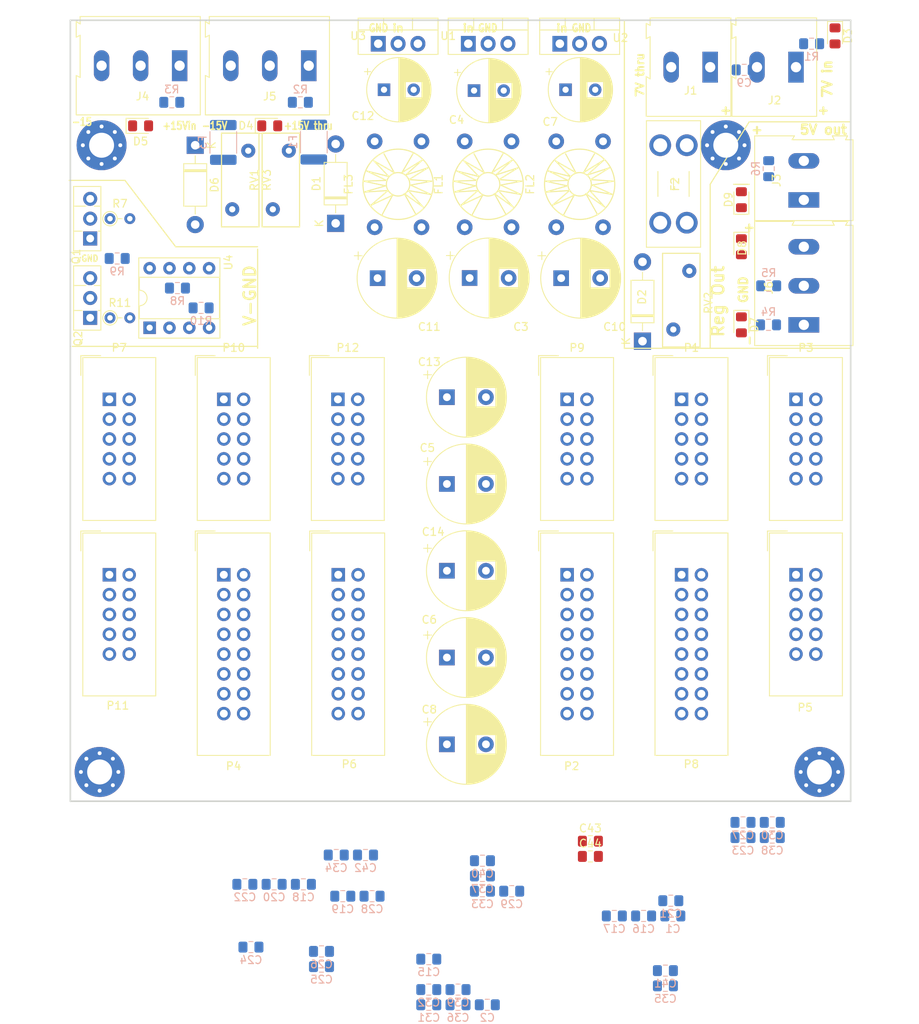
<source format=kicad_pcb>
(kicad_pcb (version 20171130) (host pcbnew "(5.0.0)")
  (layers (0 F.Cu signal) (31 B.Cu signal) (34 B.Paste user) (35 F.Paste user) (36 B.SilkS user) (37 F.SilkS user) (38 B.Mask user) (39 F.Mask user) (44 Edge.Cuts user))
  (net 0 "")
  (net 1 "Net-(P1-Pad10)")
  (net 2 "Net-(P3-Pad10)")
  (net 3 -12V)
  (net 4 GND)
  (net 5 +12V)
  (net 6 CV)
  (net 7 Gate)
  (net 8 +5V)
  (net 9 "Net-(P5-Pad10)")
  (net 10 "Net-(P7-Pad10)")
  (net 11 "Net-(C2-Pad1)")
  (net 12 "Net-(C3-Pad1)")
  (net 13 "Net-(C10-Pad1)")
  (net 14 /+5V-ext)
  (net 15 "Net-(C10-Pad2)")
  (net 16 "Net-(C11-Pad2)")
  (net 17 "Net-(D1-Pad2)")
  (net 18 "Net-(D2-Pad2)")
  (net 19 "Net-(D3-Pad2)")
  (net 20 "Net-(D4-Pad2)")
  (net 21 "Net-(D5-Pad2)")
  (net 22 "Net-(D6-Pad1)")
  (net 23 "Net-(D7-Pad2)")
  (net 24 "Net-(D8-Pad2)")
  (net 25 "Net-(D9-Pad2)")
  (net 26 /+15v-int)
  (net 27 VinGND)
  (net 28 /-15v-int)
  (net 29 Vin-15)
  (net 30 Vin+15)
  (net 31 "Net-(Q1-Pad3)")
  (net 32 "Net-(Q1-Pad2)")
  (net 33 "Net-(Q2-Pad1)")
  (net 34 "Net-(R10-Pad1)")
  (net 35 "Net-(R9-Pad2)")
  (module MountingHole:MountingHole_3.2mm_M3_Pad_Via (layer F.Cu) (at 84 16)
    (fp_text reference REF**)
    (fp_text value MountingHole_3.2mm_M3_Pad_Via)
    (pad 1 thru_hole circle (at 1.697056 -1.697056) (size 0.8 0.8) (drill 0.5) (layers *.Cu *.Mask))
    (pad 1 thru_hole circle (at 0 -2.4) (size 0.8 0.8) (drill 0.5) (layers *.Cu *.Mask))
    (pad 1 thru_hole circle (at -1.697056 -1.697056) (size 0.8 0.8) (drill 0.5) (layers *.Cu *.Mask))
    (pad 1 thru_hole circle (at -2.4 0) (size 0.8 0.8) (drill 0.5) (layers *.Cu *.Mask))
    (pad 1 thru_hole circle (at -1.697056 1.697056) (size 0.8 0.8) (drill 0.5) (layers *.Cu *.Mask))
    (pad 1 thru_hole circle (at 0 2.4) (size 0.8 0.8) (drill 0.5) (layers *.Cu *.Mask))
    (pad 1 thru_hole circle (at 1.697056 1.697056) (size 0.8 0.8) (drill 0.5) (layers *.Cu *.Mask))
    (pad 1 thru_hole circle (at 2.4 0) (size 0.8 0.8) (drill 0.5) (layers *.Cu *.Mask))
    (pad 1 thru_hole circle (at 0 0) (size 6.4 6.4) (drill 3.2) (layers *.Cu *.Mask))
  )
  (module MountingHole:MountingHole_3.2mm_M3_Pad_Via (layer F.Cu) (at 4 16)
    (fp_text reference REF**)
    (fp_text value MountingHole_3.2mm_M3_Pad_Via)
    (pad 1 thru_hole circle (at 0 0) (size 6.4 6.4) (drill 3.2) (layers *.Cu *.Mask))
    (pad 1 thru_hole circle (at 2.4 0) (size 0.8 0.8) (drill 0.5) (layers *.Cu *.Mask))
    (pad 1 thru_hole circle (at 1.697056 1.697056) (size 0.8 0.8) (drill 0.5) (layers *.Cu *.Mask))
    (pad 1 thru_hole circle (at 0 2.4) (size 0.8 0.8) (drill 0.5) (layers *.Cu *.Mask))
    (pad 1 thru_hole circle (at -1.697056 1.697056) (size 0.8 0.8) (drill 0.5) (layers *.Cu *.Mask))
    (pad 1 thru_hole circle (at -2.4 0) (size 0.8 0.8) (drill 0.5) (layers *.Cu *.Mask))
    (pad 1 thru_hole circle (at -1.697056 -1.697056) (size 0.8 0.8) (drill 0.5) (layers *.Cu *.Mask))
    (pad 1 thru_hole circle (at 0 -2.4) (size 0.8 0.8) (drill 0.5) (layers *.Cu *.Mask))
    (pad 1 thru_hole circle (at 1.697056 -1.697056) (size 0.8 0.8) (drill 0.5) (layers *.Cu *.Mask))
  )
  (module MountingHole:MountingHole_3.2mm_M3_Pad_Via (layer F.Cu) (at 96 96.25)
    (fp_text reference REF**)
    (fp_text value MountingHole_3.2mm_M3_Pad_Via)
    (pad 1 thru_hole circle (at 0 0) (size 6.4 6.4) (drill 3.2) (layers *.Cu *.Mask))
    (pad 1 thru_hole circle (at 2.4 0) (size 0.8 0.8) (drill 0.5) (layers *.Cu *.Mask))
    (pad 1 thru_hole circle (at 1.697056 1.697056) (size 0.8 0.8) (drill 0.5) (layers *.Cu *.Mask))
    (pad 1 thru_hole circle (at 0 2.4) (size 0.8 0.8) (drill 0.5) (layers *.Cu *.Mask))
    (pad 1 thru_hole circle (at -1.697056 1.697056) (size 0.8 0.8) (drill 0.5) (layers *.Cu *.Mask))
    (pad 1 thru_hole circle (at -2.4 0) (size 0.8 0.8) (drill 0.5) (layers *.Cu *.Mask))
    (pad 1 thru_hole circle (at -1.697056 -1.697056) (size 0.8 0.8) (drill 0.5) (layers *.Cu *.Mask))
    (pad 1 thru_hole circle (at 0 -2.4) (size 0.8 0.8) (drill 0.5) (layers *.Cu *.Mask))
    (pad 1 thru_hole circle (at 1.697056 -1.697056) (size 0.8 0.8) (drill 0.5) (layers *.Cu *.Mask))
  )
  (module Fuse:Fuse_1812_4532Metric_Pad1.30x3.40mm_HandSolder (layer B.Cu) (at 31.2 15.6 270)
    (fp_text reference F1 (at 0 2.65 270) (layer B.SilkS) (effects (justify mirror)))
    (fp_text value Fuse_Small)
    (pad 2 smd roundrect (at 2.225 0 270) (size 1.3 3.4) (layers B.Cu B.Paste B.Mask) (roundrect_rratio 0.192308) (net 17 "Net-(D1-Pad2)"))
    (pad 1 smd roundrect (at -2.225 0 270) (size 1.3 3.4) (layers B.Cu B.Paste B.Mask) (roundrect_rratio 0.192308) (net 30 Vin+15))
  )
  (module Fuse:Fuseholder_Blade_Mini_Keystone_3568 (layer F.Cu) (at 79 16 270)
    (fp_text reference F2 (at 5 1.5 270) (layer F.SilkS))
    (fp_text value Fuse_Small)
    (pad 1 thru_hole circle (at 0 0 270) (size 2.78 2.78) (drill 1.78) (layers *.Cu *.Mask) (net 14 /+5V-ext))
    (pad 1 thru_hole circle (at 0 3.4 270) (size 2.78 2.78) (drill 1.78) (layers *.Cu *.Mask) (net 14 /+5V-ext))
    (pad 2 thru_hole circle (at 9.92 0 270) (size 2.78 2.78) (drill 1.78) (layers *.Cu *.Mask) (net 18 "Net-(D2-Pad2)"))
    (pad 2 thru_hole circle (at 9.92 3.4 270) (size 2.78 2.78) (drill 1.78) (layers *.Cu *.Mask) (net 18 "Net-(D2-Pad2)"))
  )
  (module Connectors_IDC:IDC-Header_2x05_Pitch2.54mm_Straight (layer F.Cu) (at 78.33333 48.535001)
    (fp_text reference P1 (at 1.27 -6.604) (layer F.SilkS))
    (fp_text value Doepfer_Power_10pin)
    (pad 1 thru_hole rect (at 0 0) (size 1.7272 1.7272) (drill 1.016) (layers *.Cu *.Mask) (net 3 -12V))
    (pad 2 thru_hole oval (at 2.54 0) (size 1.7272 1.7272) (drill 1.016) (layers *.Cu *.Mask) (net 3 -12V))
    (pad 3 thru_hole oval (at 0 2.54) (size 1.7272 1.7272) (drill 1.016) (layers *.Cu *.Mask) (net 4 GND))
    (pad 4 thru_hole oval (at 2.54 2.54) (size 1.7272 1.7272) (drill 1.016) (layers *.Cu *.Mask) (net 4 GND))
    (pad 5 thru_hole oval (at 0 5.08) (size 1.7272 1.7272) (drill 1.016) (layers *.Cu *.Mask) (net 4 GND))
    (pad 6 thru_hole oval (at 2.54 5.08) (size 1.7272 1.7272) (drill 1.016) (layers *.Cu *.Mask) (net 4 GND))
    (pad 7 thru_hole oval (at 0 7.62) (size 1.7272 1.7272) (drill 1.016) (layers *.Cu *.Mask) (net 4 GND))
    (pad 8 thru_hole oval (at 2.54 7.62) (size 1.7272 1.7272) (drill 1.016) (layers *.Cu *.Mask) (net 4 GND))
    (pad 9 thru_hole oval (at 0 10.16) (size 1.7272 1.7272) (drill 1.016) (layers *.Cu *.Mask) (net 1 "Net-(P1-Pad10)"))
    (pad 10 thru_hole oval (at 2.54 10.16) (size 1.7272 1.7272) (drill 1.016) (layers *.Cu *.Mask) (net 1 "Net-(P1-Pad10)"))
  )
  (module Connectors_IDC:IDC-Header_2x08_Pitch2.54mm_Straight (layer F.Cu) (at 63.666664 71)
    (fp_text reference P2 (at 0.583336 24.5) (layer F.SilkS))
    (fp_text value Doepfer_Power_16pin)
    (pad 1 thru_hole rect (at 0 0) (size 1.7272 1.7272) (drill 1.016) (layers *.Cu *.Mask) (net 3 -12V))
    (pad 2 thru_hole oval (at 2.54 0) (size 1.7272 1.7272) (drill 1.016) (layers *.Cu *.Mask) (net 3 -12V))
    (pad 3 thru_hole oval (at 0 2.54) (size 1.7272 1.7272) (drill 1.016) (layers *.Cu *.Mask) (net 4 GND))
    (pad 4 thru_hole oval (at 2.54 2.54) (size 1.7272 1.7272) (drill 1.016) (layers *.Cu *.Mask) (net 4 GND))
    (pad 5 thru_hole oval (at 0 5.08) (size 1.7272 1.7272) (drill 1.016) (layers *.Cu *.Mask) (net 4 GND))
    (pad 6 thru_hole oval (at 2.54 5.08) (size 1.7272 1.7272) (drill 1.016) (layers *.Cu *.Mask) (net 4 GND))
    (pad 7 thru_hole oval (at 0 7.62) (size 1.7272 1.7272) (drill 1.016) (layers *.Cu *.Mask) (net 4 GND))
    (pad 8 thru_hole oval (at 2.54 7.62) (size 1.7272 1.7272) (drill 1.016) (layers *.Cu *.Mask) (net 4 GND))
    (pad 9 thru_hole oval (at 0 10.16) (size 1.7272 1.7272) (drill 1.016) (layers *.Cu *.Mask) (net 1 "Net-(P1-Pad10)"))
    (pad 10 thru_hole oval (at 2.54 10.16) (size 1.7272 1.7272) (drill 1.016) (layers *.Cu *.Mask) (net 5 +12V))
    (pad 11 thru_hole oval (at 0 12.7) (size 1.7272 1.7272) (drill 1.016) (layers *.Cu *.Mask) (net 8 +5V))
    (pad 12 thru_hole oval (at 2.54 12.7) (size 1.7272 1.7272) (drill 1.016) (layers *.Cu *.Mask) (net 8 +5V))
    (pad 13 thru_hole oval (at 0 15.24) (size 1.7272 1.7272) (drill 1.016) (layers *.Cu *.Mask) (net 6 CV))
    (pad 14 thru_hole oval (at 2.54 15.24) (size 1.7272 1.7272) (drill 1.016) (layers *.Cu *.Mask) (net 6 CV))
    (pad 15 thru_hole oval (at 0 17.78) (size 1.7272 1.7272) (drill 1.016) (layers *.Cu *.Mask) (net 7 Gate))
    (pad 16 thru_hole oval (at 2.54 17.78) (size 1.7272 1.7272) (drill 1.016) (layers *.Cu *.Mask) (net 7 Gate))
  )
  (module Connectors_IDC:IDC-Header_2x05_Pitch2.54mm_Straight (layer F.Cu) (at 93 48.535001)
    (fp_text reference P3 (at 1.27 -6.604) (layer F.SilkS))
    (fp_text value Doepfer_Power_10pin)
    (pad 10 thru_hole oval (at 2.54 10.16) (size 1.7272 1.7272) (drill 1.016) (layers *.Cu *.Mask) (net 2 "Net-(P3-Pad10)"))
    (pad 9 thru_hole oval (at 0 10.16) (size 1.7272 1.7272) (drill 1.016) (layers *.Cu *.Mask) (net 2 "Net-(P3-Pad10)"))
    (pad 8 thru_hole oval (at 2.54 7.62) (size 1.7272 1.7272) (drill 1.016) (layers *.Cu *.Mask) (net 4 GND))
    (pad 7 thru_hole oval (at 0 7.62) (size 1.7272 1.7272) (drill 1.016) (layers *.Cu *.Mask) (net 4 GND))
    (pad 6 thru_hole oval (at 2.54 5.08) (size 1.7272 1.7272) (drill 1.016) (layers *.Cu *.Mask) (net 4 GND))
    (pad 5 thru_hole oval (at 0 5.08) (size 1.7272 1.7272) (drill 1.016) (layers *.Cu *.Mask) (net 4 GND))
    (pad 4 thru_hole oval (at 2.54 2.54) (size 1.7272 1.7272) (drill 1.016) (layers *.Cu *.Mask) (net 4 GND))
    (pad 3 thru_hole oval (at 0 2.54) (size 1.7272 1.7272) (drill 1.016) (layers *.Cu *.Mask) (net 4 GND))
    (pad 2 thru_hole oval (at 2.54 0) (size 1.7272 1.7272) (drill 1.016) (layers *.Cu *.Mask) (net 3 -12V))
    (pad 1 thru_hole rect (at 0 0) (size 1.7272 1.7272) (drill 1.016) (layers *.Cu *.Mask) (net 3 -12V))
  )
  (module Connectors_IDC:IDC-Header_2x08_Pitch2.54mm_Straight (layer F.Cu) (at 19.666666 71)
    (fp_text reference P4 (at 1.25 24.5) (layer F.SilkS))
    (fp_text value Doepfer_Power_16pin)
    (pad 16 thru_hole oval (at 2.54 17.78) (size 1.7272 1.7272) (drill 1.016) (layers *.Cu *.Mask) (net 7 Gate))
    (pad 15 thru_hole oval (at 0 17.78) (size 1.7272 1.7272) (drill 1.016) (layers *.Cu *.Mask) (net 7 Gate))
    (pad 14 thru_hole oval (at 2.54 15.24) (size 1.7272 1.7272) (drill 1.016) (layers *.Cu *.Mask) (net 6 CV))
    (pad 13 thru_hole oval (at 0 15.24) (size 1.7272 1.7272) (drill 1.016) (layers *.Cu *.Mask) (net 6 CV))
    (pad 12 thru_hole oval (at 2.54 12.7) (size 1.7272 1.7272) (drill 1.016) (layers *.Cu *.Mask) (net 8 +5V))
    (pad 11 thru_hole oval (at 0 12.7) (size 1.7272 1.7272) (drill 1.016) (layers *.Cu *.Mask) (net 8 +5V))
    (pad 10 thru_hole oval (at 2.54 10.16) (size 1.7272 1.7272) (drill 1.016) (layers *.Cu *.Mask) (net 5 +12V))
    (pad 9 thru_hole oval (at 0 10.16) (size 1.7272 1.7272) (drill 1.016) (layers *.Cu *.Mask) (net 2 "Net-(P3-Pad10)"))
    (pad 8 thru_hole oval (at 2.54 7.62) (size 1.7272 1.7272) (drill 1.016) (layers *.Cu *.Mask) (net 4 GND))
    (pad 7 thru_hole oval (at 0 7.62) (size 1.7272 1.7272) (drill 1.016) (layers *.Cu *.Mask) (net 4 GND))
    (pad 6 thru_hole oval (at 2.54 5.08) (size 1.7272 1.7272) (drill 1.016) (layers *.Cu *.Mask) (net 4 GND))
    (pad 5 thru_hole oval (at 0 5.08) (size 1.7272 1.7272) (drill 1.016) (layers *.Cu *.Mask) (net 4 GND))
    (pad 4 thru_hole oval (at 2.54 2.54) (size 1.7272 1.7272) (drill 1.016) (layers *.Cu *.Mask) (net 4 GND))
    (pad 3 thru_hole oval (at 0 2.54) (size 1.7272 1.7272) (drill 1.016) (layers *.Cu *.Mask) (net 4 GND))
    (pad 2 thru_hole oval (at 2.54 0) (size 1.7272 1.7272) (drill 1.016) (layers *.Cu *.Mask) (net 3 -12V))
    (pad 1 thru_hole rect (at 0 0) (size 1.7272 1.7272) (drill 1.016) (layers *.Cu *.Mask) (net 3 -12V))
  )
  (module Connectors_IDC:IDC-Header_2x05_Pitch2.54mm_Straight (layer F.Cu) (at 93 71)
    (fp_text reference P5 (at 1.16667 17) (layer F.SilkS))
    (fp_text value Doepfer_Power_10pin)
    (pad 1 thru_hole rect (at 0 0) (size 1.7272 1.7272) (drill 1.016) (layers *.Cu *.Mask) (net 3 -12V))
    (pad 2 thru_hole oval (at 2.54 0) (size 1.7272 1.7272) (drill 1.016) (layers *.Cu *.Mask) (net 3 -12V))
    (pad 3 thru_hole oval (at 0 2.54) (size 1.7272 1.7272) (drill 1.016) (layers *.Cu *.Mask) (net 4 GND))
    (pad 4 thru_hole oval (at 2.54 2.54) (size 1.7272 1.7272) (drill 1.016) (layers *.Cu *.Mask) (net 4 GND))
    (pad 5 thru_hole oval (at 0 5.08) (size 1.7272 1.7272) (drill 1.016) (layers *.Cu *.Mask) (net 4 GND))
    (pad 6 thru_hole oval (at 2.54 5.08) (size 1.7272 1.7272) (drill 1.016) (layers *.Cu *.Mask) (net 4 GND))
    (pad 7 thru_hole oval (at 0 7.62) (size 1.7272 1.7272) (drill 1.016) (layers *.Cu *.Mask) (net 4 GND))
    (pad 8 thru_hole oval (at 2.54 7.62) (size 1.7272 1.7272) (drill 1.016) (layers *.Cu *.Mask) (net 4 GND))
    (pad 9 thru_hole oval (at 0 10.16) (size 1.7272 1.7272) (drill 1.016) (layers *.Cu *.Mask) (net 9 "Net-(P5-Pad10)"))
    (pad 10 thru_hole oval (at 2.54 10.16) (size 1.7272 1.7272) (drill 1.016) (layers *.Cu *.Mask) (net 9 "Net-(P5-Pad10)"))
  )
  (module Connectors_IDC:IDC-Header_2x08_Pitch2.54mm_Straight (layer F.Cu) (at 34.333332 71)
    (fp_text reference P6 (at 1.416668 24.25) (layer F.SilkS))
    (fp_text value Doepfer_Power_16pin)
    (pad 1 thru_hole rect (at 0 0) (size 1.7272 1.7272) (drill 1.016) (layers *.Cu *.Mask) (net 3 -12V))
    (pad 2 thru_hole oval (at 2.54 0) (size 1.7272 1.7272) (drill 1.016) (layers *.Cu *.Mask) (net 3 -12V))
    (pad 3 thru_hole oval (at 0 2.54) (size 1.7272 1.7272) (drill 1.016) (layers *.Cu *.Mask) (net 4 GND))
    (pad 4 thru_hole oval (at 2.54 2.54) (size 1.7272 1.7272) (drill 1.016) (layers *.Cu *.Mask) (net 4 GND))
    (pad 5 thru_hole oval (at 0 5.08) (size 1.7272 1.7272) (drill 1.016) (layers *.Cu *.Mask) (net 4 GND))
    (pad 6 thru_hole oval (at 2.54 5.08) (size 1.7272 1.7272) (drill 1.016) (layers *.Cu *.Mask) (net 4 GND))
    (pad 7 thru_hole oval (at 0 7.62) (size 1.7272 1.7272) (drill 1.016) (layers *.Cu *.Mask) (net 4 GND))
    (pad 8 thru_hole oval (at 2.54 7.62) (size 1.7272 1.7272) (drill 1.016) (layers *.Cu *.Mask) (net 4 GND))
    (pad 9 thru_hole oval (at 0 10.16) (size 1.7272 1.7272) (drill 1.016) (layers *.Cu *.Mask) (net 9 "Net-(P5-Pad10)"))
    (pad 10 thru_hole oval (at 2.54 10.16) (size 1.7272 1.7272) (drill 1.016) (layers *.Cu *.Mask) (net 5 +12V))
    (pad 11 thru_hole oval (at 0 12.7) (size 1.7272 1.7272) (drill 1.016) (layers *.Cu *.Mask) (net 8 +5V))
    (pad 12 thru_hole oval (at 2.54 12.7) (size 1.7272 1.7272) (drill 1.016) (layers *.Cu *.Mask) (net 8 +5V))
    (pad 13 thru_hole oval (at 0 15.24) (size 1.7272 1.7272) (drill 1.016) (layers *.Cu *.Mask) (net 6 CV))
    (pad 14 thru_hole oval (at 2.54 15.24) (size 1.7272 1.7272) (drill 1.016) (layers *.Cu *.Mask) (net 6 CV))
    (pad 15 thru_hole oval (at 0 17.78) (size 1.7272 1.7272) (drill 1.016) (layers *.Cu *.Mask) (net 7 Gate))
    (pad 16 thru_hole oval (at 2.54 17.78) (size 1.7272 1.7272) (drill 1.016) (layers *.Cu *.Mask) (net 7 Gate))
  )
  (module Connectors_IDC:IDC-Header_2x05_Pitch2.54mm_Straight (layer F.Cu) (at 5 48.535001)
    (fp_text reference P7 (at 1.27 -6.604) (layer F.SilkS))
    (fp_text value Doepfer_Power_10pin)
    (pad 10 thru_hole oval (at 2.54 10.16) (size 1.7272 1.7272) (drill 1.016) (layers *.Cu *.Mask) (net 10 "Net-(P7-Pad10)"))
    (pad 9 thru_hole oval (at 0 10.16) (size 1.7272 1.7272) (drill 1.016) (layers *.Cu *.Mask) (net 10 "Net-(P7-Pad10)"))
    (pad 8 thru_hole oval (at 2.54 7.62) (size 1.7272 1.7272) (drill 1.016) (layers *.Cu *.Mask) (net 4 GND))
    (pad 7 thru_hole oval (at 0 7.62) (size 1.7272 1.7272) (drill 1.016) (layers *.Cu *.Mask) (net 4 GND))
    (pad 6 thru_hole oval (at 2.54 5.08) (size 1.7272 1.7272) (drill 1.016) (layers *.Cu *.Mask) (net 4 GND))
    (pad 5 thru_hole oval (at 0 5.08) (size 1.7272 1.7272) (drill 1.016) (layers *.Cu *.Mask) (net 4 GND))
    (pad 4 thru_hole oval (at 2.54 2.54) (size 1.7272 1.7272) (drill 1.016) (layers *.Cu *.Mask) (net 4 GND))
    (pad 3 thru_hole oval (at 0 2.54) (size 1.7272 1.7272) (drill 1.016) (layers *.Cu *.Mask) (net 4 GND))
    (pad 2 thru_hole oval (at 2.54 0) (size 1.7272 1.7272) (drill 1.016) (layers *.Cu *.Mask) (net 3 -12V))
    (pad 1 thru_hole rect (at 0 0) (size 1.7272 1.7272) (drill 1.016) (layers *.Cu *.Mask) (net 3 -12V))
  )
  (module Connectors_IDC:IDC-Header_2x08_Pitch2.54mm_Straight (layer F.Cu) (at 78.33333 71)
    (fp_text reference P8 (at 1.25 24.25) (layer F.SilkS))
    (fp_text value Doepfer_Power_16pin)
    (pad 16 thru_hole oval (at 2.54 17.78) (size 1.7272 1.7272) (drill 1.016) (layers *.Cu *.Mask) (net 7 Gate))
    (pad 15 thru_hole oval (at 0 17.78) (size 1.7272 1.7272) (drill 1.016) (layers *.Cu *.Mask) (net 7 Gate))
    (pad 14 thru_hole oval (at 2.54 15.24) (size 1.7272 1.7272) (drill 1.016) (layers *.Cu *.Mask) (net 6 CV))
    (pad 13 thru_hole oval (at 0 15.24) (size 1.7272 1.7272) (drill 1.016) (layers *.Cu *.Mask) (net 6 CV))
    (pad 12 thru_hole oval (at 2.54 12.7) (size 1.7272 1.7272) (drill 1.016) (layers *.Cu *.Mask) (net 8 +5V))
    (pad 11 thru_hole oval (at 0 12.7) (size 1.7272 1.7272) (drill 1.016) (layers *.Cu *.Mask) (net 8 +5V))
    (pad 10 thru_hole oval (at 2.54 10.16) (size 1.7272 1.7272) (drill 1.016) (layers *.Cu *.Mask) (net 5 +12V))
    (pad 9 thru_hole oval (at 0 10.16) (size 1.7272 1.7272) (drill 1.016) (layers *.Cu *.Mask) (net 10 "Net-(P7-Pad10)"))
    (pad 8 thru_hole oval (at 2.54 7.62) (size 1.7272 1.7272) (drill 1.016) (layers *.Cu *.Mask) (net 4 GND))
    (pad 7 thru_hole oval (at 0 7.62) (size 1.7272 1.7272) (drill 1.016) (layers *.Cu *.Mask) (net 4 GND))
    (pad 6 thru_hole oval (at 2.54 5.08) (size 1.7272 1.7272) (drill 1.016) (layers *.Cu *.Mask) (net 4 GND))
    (pad 5 thru_hole oval (at 0 5.08) (size 1.7272 1.7272) (drill 1.016) (layers *.Cu *.Mask) (net 4 GND))
    (pad 4 thru_hole oval (at 2.54 2.54) (size 1.7272 1.7272) (drill 1.016) (layers *.Cu *.Mask) (net 4 GND))
    (pad 3 thru_hole oval (at 0 2.54) (size 1.7272 1.7272) (drill 1.016) (layers *.Cu *.Mask) (net 4 GND))
    (pad 2 thru_hole oval (at 2.54 0) (size 1.7272 1.7272) (drill 1.016) (layers *.Cu *.Mask) (net 3 -12V))
    (pad 1 thru_hole rect (at 0 0) (size 1.7272 1.7272) (drill 1.016) (layers *.Cu *.Mask) (net 3 -12V))
  )
  (module Connectors_IDC:IDC-Header_2x05_Pitch2.54mm_Straight (layer F.Cu) (at 63.666664 48.535001)
    (fp_text reference P9 (at 1.27 -6.604) (layer F.SilkS))
    (fp_text value Doepfer_Power_10pin)
    (pad 10 thru_hole oval (at 2.54 10.16) (size 1.7272 1.7272) (drill 1.016) (layers *.Cu *.Mask) (net 5 +12V))
    (pad 9 thru_hole oval (at 0 10.16) (size 1.7272 1.7272) (drill 1.016) (layers *.Cu *.Mask) (net 5 +12V))
    (pad 8 thru_hole oval (at 2.54 7.62) (size 1.7272 1.7272) (drill 1.016) (layers *.Cu *.Mask) (net 4 GND))
    (pad 7 thru_hole oval (at 0 7.62) (size 1.7272 1.7272) (drill 1.016) (layers *.Cu *.Mask) (net 4 GND))
    (pad 6 thru_hole oval (at 2.54 5.08) (size 1.7272 1.7272) (drill 1.016) (layers *.Cu *.Mask) (net 4 GND))
    (pad 5 thru_hole oval (at 0 5.08) (size 1.7272 1.7272) (drill 1.016) (layers *.Cu *.Mask) (net 4 GND))
    (pad 4 thru_hole oval (at 2.54 2.54) (size 1.7272 1.7272) (drill 1.016) (layers *.Cu *.Mask) (net 4 GND))
    (pad 3 thru_hole oval (at 0 2.54) (size 1.7272 1.7272) (drill 1.016) (layers *.Cu *.Mask) (net 4 GND))
    (pad 2 thru_hole oval (at 2.54 0) (size 1.7272 1.7272) (drill 1.016) (layers *.Cu *.Mask) (net 3 -12V))
    (pad 1 thru_hole rect (at 0 0) (size 1.7272 1.7272) (drill 1.016) (layers *.Cu *.Mask) (net 3 -12V))
  )
  (module Connectors_IDC:IDC-Header_2x05_Pitch2.54mm_Straight (layer F.Cu) (at 19.666666 48.535001)
    (fp_text reference P10 (at 1.27 -6.604) (layer F.SilkS))
    (fp_text value Doepfer_Power_10pin)
    (pad 1 thru_hole rect (at 0 0) (size 1.7272 1.7272) (drill 1.016) (layers *.Cu *.Mask) (net 3 -12V))
    (pad 2 thru_hole oval (at 2.54 0) (size 1.7272 1.7272) (drill 1.016) (layers *.Cu *.Mask) (net 3 -12V))
    (pad 3 thru_hole oval (at 0 2.54) (size 1.7272 1.7272) (drill 1.016) (layers *.Cu *.Mask) (net 4 GND))
    (pad 4 thru_hole oval (at 2.54 2.54) (size 1.7272 1.7272) (drill 1.016) (layers *.Cu *.Mask) (net 4 GND))
    (pad 5 thru_hole oval (at 0 5.08) (size 1.7272 1.7272) (drill 1.016) (layers *.Cu *.Mask) (net 4 GND))
    (pad 6 thru_hole oval (at 2.54 5.08) (size 1.7272 1.7272) (drill 1.016) (layers *.Cu *.Mask) (net 4 GND))
    (pad 7 thru_hole oval (at 0 7.62) (size 1.7272 1.7272) (drill 1.016) (layers *.Cu *.Mask) (net 4 GND))
    (pad 8 thru_hole oval (at 2.54 7.62) (size 1.7272 1.7272) (drill 1.016) (layers *.Cu *.Mask) (net 4 GND))
    (pad 9 thru_hole oval (at 0 10.16) (size 1.7272 1.7272) (drill 1.016) (layers *.Cu *.Mask) (net 5 +12V))
    (pad 10 thru_hole oval (at 2.54 10.16) (size 1.7272 1.7272) (drill 1.016) (layers *.Cu *.Mask) (net 5 +12V))
  )
  (module Connectors_IDC:IDC-Header_2x05_Pitch2.54mm_Straight (layer F.Cu) (at 5 71)
    (fp_text reference P11 (at 1.083334 16.75) (layer F.SilkS))
    (fp_text value Doepfer_Power_10pin)
    (pad 10 thru_hole oval (at 2.54 10.16) (size 1.7272 1.7272) (drill 1.016) (layers *.Cu *.Mask) (net 5 +12V))
    (pad 9 thru_hole oval (at 0 10.16) (size 1.7272 1.7272) (drill 1.016) (layers *.Cu *.Mask) (net 5 +12V))
    (pad 8 thru_hole oval (at 2.54 7.62) (size 1.7272 1.7272) (drill 1.016) (layers *.Cu *.Mask) (net 4 GND))
    (pad 7 thru_hole oval (at 0 7.62) (size 1.7272 1.7272) (drill 1.016) (layers *.Cu *.Mask) (net 4 GND))
    (pad 6 thru_hole oval (at 2.54 5.08) (size 1.7272 1.7272) (drill 1.016) (layers *.Cu *.Mask) (net 4 GND))
    (pad 5 thru_hole oval (at 0 5.08) (size 1.7272 1.7272) (drill 1.016) (layers *.Cu *.Mask) (net 4 GND))
    (pad 4 thru_hole oval (at 2.54 2.54) (size 1.7272 1.7272) (drill 1.016) (layers *.Cu *.Mask) (net 4 GND))
    (pad 3 thru_hole oval (at 0 2.54) (size 1.7272 1.7272) (drill 1.016) (layers *.Cu *.Mask) (net 4 GND))
    (pad 2 thru_hole oval (at 2.54 0) (size 1.7272 1.7272) (drill 1.016) (layers *.Cu *.Mask) (net 3 -12V))
    (pad 1 thru_hole rect (at 0 0) (size 1.7272 1.7272) (drill 1.016) (layers *.Cu *.Mask) (net 3 -12V))
  )
  (module Connectors_IDC:IDC-Header_2x05_Pitch2.54mm_Straight (layer F.Cu) (at 34.29 48.535001)
    (fp_text reference P12 (at 1.27 -6.604) (layer F.SilkS))
    (fp_text value Doepfer_Power_10pin)
    (pad 1 thru_hole rect (at 0 0) (size 1.7272 1.7272) (drill 1.016) (layers *.Cu *.Mask) (net 3 -12V))
    (pad 2 thru_hole oval (at 2.54 0) (size 1.7272 1.7272) (drill 1.016) (layers *.Cu *.Mask) (net 3 -12V))
    (pad 3 thru_hole oval (at 0 2.54) (size 1.7272 1.7272) (drill 1.016) (layers *.Cu *.Mask) (net 4 GND))
    (pad 4 thru_hole oval (at 2.54 2.54) (size 1.7272 1.7272) (drill 1.016) (layers *.Cu *.Mask) (net 4 GND))
    (pad 5 thru_hole oval (at 0 5.08) (size 1.7272 1.7272) (drill 1.016) (layers *.Cu *.Mask) (net 4 GND))
    (pad 6 thru_hole oval (at 2.54 5.08) (size 1.7272 1.7272) (drill 1.016) (layers *.Cu *.Mask) (net 4 GND))
    (pad 7 thru_hole oval (at 0 7.62) (size 1.7272 1.7272) (drill 1.016) (layers *.Cu *.Mask) (net 4 GND))
    (pad 8 thru_hole oval (at 2.54 7.62) (size 1.7272 1.7272) (drill 1.016) (layers *.Cu *.Mask) (net 4 GND))
    (pad 9 thru_hole oval (at 0 10.16) (size 1.7272 1.7272) (drill 1.016) (layers *.Cu *.Mask) (net 5 +12V))
    (pad 10 thru_hole oval (at 2.54 10.16) (size 1.7272 1.7272) (drill 1.016) (layers *.Cu *.Mask) (net 5 +12V))
  )
  (module Varistor:RV_Disc_D12mm_W4.8mm_P7.5mm (layer F.Cu) (at 79.324696 32.089161 270)
    (fp_text reference RV2 (at 4.091838 -2.443101 270) (layer F.SilkS))
    (fp_text value Varistor)
    (pad 1 thru_hole circle (at 0 0 270) (size 1.8 1.8) (drill 0.8) (layers *.Cu *.Mask) (net 18 "Net-(D2-Pad2)"))
    (pad 2 thru_hole circle (at 7.5 2.05 270) (size 1.8 1.8) (drill 0.8) (layers *.Cu *.Mask) (net 15 "Net-(C10-Pad2)"))
  )
  (module Capacitor_SMD:C_0805_2012Metric_Pad1.15x1.40mm_HandSolder (layer B.Cu) (at 77.215001 114.688311)
    (fp_text reference C1 (at 0 1.65) (layer B.SilkS) (effects (justify mirror)))
    (fp_text value 100n)
    (pad 2 smd roundrect (at 1.025 0) (size 1.15 1.4) (layers B.Cu B.Paste B.Mask) (roundrect_rratio 0.217391) (net 4 GND))
    (pad 1 smd roundrect (at -1.025 0) (size 1.15 1.4) (layers B.Cu B.Paste B.Mask) (roundrect_rratio 0.217391) (net 26 /+15v-int))
  )
  (module Capacitor_SMD:C_0805_2012Metric_Pad1.15x1.40mm_HandSolder (layer B.Cu) (at 53.434136 126.066469)
    (fp_text reference C2 (at 0 1.65) (layer B.SilkS) (effects (justify mirror)))
    (fp_text value 100n)
    (pad 2 smd roundrect (at 1.025 0) (size 1.15 1.4) (layers B.Cu B.Paste B.Mask) (roundrect_rratio 0.217391) (net 4 GND))
    (pad 1 smd roundrect (at -1.025 0) (size 1.15 1.4) (layers B.Cu B.Paste B.Mask) (roundrect_rratio 0.217391) (net 11 "Net-(C2-Pad1)"))
  )
  (module Capacitor_THT:CP_Radial_D8.0mm_P3.80mm (layer F.Cu) (at 51.737349 9)
    (fp_text reference C4 (at -2.237349 3.75) (layer F.SilkS))
    (fp_text value 1000uF)
    (pad 2 thru_hole circle (at 3.8 0) (size 1.6 1.6) (drill 0.8) (layers *.Cu *.Mask) (net 4 GND))
    (pad 1 thru_hole rect (at 0 0) (size 1.6 1.6) (drill 0.8) (layers *.Cu *.Mask) (net 26 /+15v-int))
  )
  (module Capacitor_THT:CP_Radial_D8.0mm_P3.80mm (layer F.Cu) (at 63.467349 8.89)
    (fp_text reference C7 (at -1.967349 4.11) (layer F.SilkS))
    (fp_text value 1000uF)
    (pad 1 thru_hole rect (at 0 0) (size 1.6 1.6) (drill 0.8) (layers *.Cu *.Mask) (net 11 "Net-(C2-Pad1)"))
    (pad 2 thru_hole circle (at 3.8 0) (size 1.6 1.6) (drill 0.8) (layers *.Cu *.Mask) (net 4 GND))
  )
  (module Capacitor_THT:CP_Radial_D8.0mm_P3.80mm (layer F.Cu) (at 40.197349 8.89)
    (fp_text reference C12 (at -2.697349 3.36) (layer F.SilkS))
    (fp_text value 1000uF)
    (pad 1 thru_hole rect (at 0 0) (size 1.6 1.6) (drill 0.8) (layers *.Cu *.Mask) (net 4 GND))
    (pad 2 thru_hole circle (at 3.8 0) (size 1.6 1.6) (drill 0.8) (layers *.Cu *.Mask) (net 28 /-15v-int))
  )
  (module Capacitor_SMD:C_0805_2012Metric_Pad1.15x1.40mm_HandSolder (layer B.Cu) (at 45.934136 120.216469)
    (fp_text reference C15 (at 0 1.65) (layer B.SilkS) (effects (justify mirror)))
    (fp_text value 100n)
    (pad 2 smd roundrect (at 1.025 0) (size 1.15 1.4) (layers B.Cu B.Paste B.Mask) (roundrect_rratio 0.217391) (net 28 /-15v-int))
    (pad 1 smd roundrect (at -1.025 0) (size 1.15 1.4) (layers B.Cu B.Paste B.Mask) (roundrect_rratio 0.217391) (net 4 GND))
  )
  (module Capacitor_SMD:C_0805_2012Metric_Pad1.15x1.40mm_HandSolder (layer B.Cu) (at 73.465001 114.688311)
    (fp_text reference C16 (at 0 1.65) (layer B.SilkS) (effects (justify mirror)))
    (fp_text value 100n)
    (pad 2 smd roundrect (at 1.025 0) (size 1.15 1.4) (layers B.Cu B.Paste B.Mask) (roundrect_rratio 0.217391) (net 4 GND))
    (pad 1 smd roundrect (at -1.025 0) (size 1.15 1.4) (layers B.Cu B.Paste B.Mask) (roundrect_rratio 0.217391) (net 3 -12V))
  )
  (module Capacitor_SMD:C_0805_2012Metric_Pad1.15x1.40mm_HandSolder (layer B.Cu) (at 69.715001 114.688311)
    (fp_text reference C17 (at 0 1.65) (layer B.SilkS) (effects (justify mirror)))
    (fp_text value 100n)
    (pad 2 smd roundrect (at 1.025 0) (size 1.15 1.4) (layers B.Cu B.Paste B.Mask) (roundrect_rratio 0.217391) (net 4 GND))
    (pad 1 smd roundrect (at -1.025 0) (size 1.15 1.4) (layers B.Cu B.Paste B.Mask) (roundrect_rratio 0.217391) (net 3 -12V))
  )
  (module Capacitor_SMD:C_0805_2012Metric_Pad1.15x1.40mm_HandSolder (layer B.Cu) (at 29.864136 110.636469)
    (fp_text reference C18 (at 0 1.65) (layer B.SilkS) (effects (justify mirror)))
    (fp_text value 100n)
    (pad 2 smd roundrect (at 1.025 0) (size 1.15 1.4) (layers B.Cu B.Paste B.Mask) (roundrect_rratio 0.217391) (net 4 GND))
    (pad 1 smd roundrect (at -1.025 0) (size 1.15 1.4) (layers B.Cu B.Paste B.Mask) (roundrect_rratio 0.217391) (net 3 -12V))
  )
  (module Capacitor_SMD:C_0805_2012Metric_Pad1.15x1.40mm_HandSolder (layer B.Cu) (at 34.914136 112.156469)
    (fp_text reference C19 (at 0 1.65) (layer B.SilkS) (effects (justify mirror)))
    (fp_text value 100n)
    (pad 2 smd roundrect (at 1.025 0) (size 1.15 1.4) (layers B.Cu B.Paste B.Mask) (roundrect_rratio 0.217391) (net 4 GND))
    (pad 1 smd roundrect (at -1.025 0) (size 1.15 1.4) (layers B.Cu B.Paste B.Mask) (roundrect_rratio 0.217391) (net 3 -12V))
  )
  (module Capacitor_SMD:C_0805_2012Metric_Pad1.15x1.40mm_HandSolder (layer B.Cu) (at 26.114136 110.636469)
    (fp_text reference C20 (at 0 1.65) (layer B.SilkS) (effects (justify mirror)))
    (fp_text value 100n)
    (pad 2 smd roundrect (at 1.025 0) (size 1.15 1.4) (layers B.Cu B.Paste B.Mask) (roundrect_rratio 0.217391) (net 4 GND))
    (pad 1 smd roundrect (at -1.025 0) (size 1.15 1.4) (layers B.Cu B.Paste B.Mask) (roundrect_rratio 0.217391) (net 3 -12V))
  )
  (module Capacitor_SMD:C_0805_2012Metric_Pad1.15x1.40mm_HandSolder (layer B.Cu) (at 76.955001 112.738311)
    (fp_text reference C21 (at 0 1.65) (layer B.SilkS) (effects (justify mirror)))
    (fp_text value 100n)
    (pad 2 smd roundrect (at 1.025 0) (size 1.15 1.4) (layers B.Cu B.Paste B.Mask) (roundrect_rratio 0.217391) (net 4 GND))
    (pad 1 smd roundrect (at -1.025 0) (size 1.15 1.4) (layers B.Cu B.Paste B.Mask) (roundrect_rratio 0.217391) (net 3 -12V))
  )
  (module Capacitor_SMD:C_0805_2012Metric_Pad1.15x1.40mm_HandSolder (layer B.Cu) (at 22.364136 110.636469)
    (fp_text reference C22 (at 0 1.65) (layer B.SilkS) (effects (justify mirror)))
    (fp_text value 100n)
    (pad 2 smd roundrect (at 1.025 0) (size 1.15 1.4) (layers B.Cu B.Paste B.Mask) (roundrect_rratio 0.217391) (net 4 GND))
    (pad 1 smd roundrect (at -1.025 0) (size 1.15 1.4) (layers B.Cu B.Paste B.Mask) (roundrect_rratio 0.217391) (net 3 -12V))
  )
  (module Capacitor_SMD:C_0805_2012Metric_Pad1.15x1.40mm_HandSolder (layer B.Cu) (at 86.204588 104.654774)
    (fp_text reference C23 (at 0 1.65) (layer B.SilkS) (effects (justify mirror)))
    (fp_text value 100n)
    (pad 2 smd roundrect (at 1.025 0) (size 1.15 1.4) (layers B.Cu B.Paste B.Mask) (roundrect_rratio 0.217391) (net 4 GND))
    (pad 1 smd roundrect (at -1.025 0) (size 1.15 1.4) (layers B.Cu B.Paste B.Mask) (roundrect_rratio 0.217391) (net 3 -12V))
  )
  (module Capacitor_SMD:C_0805_2012Metric_Pad1.15x1.40mm_HandSolder (layer B.Cu) (at 23.144136 118.676469)
    (fp_text reference C24 (at 0 1.65) (layer B.SilkS) (effects (justify mirror)))
    (fp_text value 100n)
    (pad 1 smd roundrect (at -1.025 0) (size 1.15 1.4) (layers B.Cu B.Paste B.Mask) (roundrect_rratio 0.217391) (net 3 -12V))
    (pad 2 smd roundrect (at 1.025 0) (size 1.15 1.4) (layers B.Cu B.Paste B.Mask) (roundrect_rratio 0.217391) (net 4 GND))
  )
  (module Capacitor_SMD:C_0805_2012Metric_Pad1.15x1.40mm_HandSolder (layer B.Cu) (at 32.184136 121.176469)
    (fp_text reference C25 (at 0 1.65) (layer B.SilkS) (effects (justify mirror)))
    (fp_text value 100n)
    (pad 1 smd roundrect (at -1.025 0) (size 1.15 1.4) (layers B.Cu B.Paste B.Mask) (roundrect_rratio 0.217391) (net 3 -12V))
    (pad 2 smd roundrect (at 1.025 0) (size 1.15 1.4) (layers B.Cu B.Paste B.Mask) (roundrect_rratio 0.217391) (net 4 GND))
  )
  (module Capacitor_SMD:C_0805_2012Metric_Pad1.15x1.40mm_HandSolder (layer B.Cu) (at 32.184136 119.226469)
    (fp_text reference C26 (at 0 1.65) (layer B.SilkS) (effects (justify mirror)))
    (fp_text value 100n)
    (pad 1 smd roundrect (at -1.025 0) (size 1.15 1.4) (layers B.Cu B.Paste B.Mask) (roundrect_rratio 0.217391) (net 3 -12V))
    (pad 2 smd roundrect (at 1.025 0) (size 1.15 1.4) (layers B.Cu B.Paste B.Mask) (roundrect_rratio 0.217391) (net 4 GND))
  )
  (module Capacitor_SMD:C_0805_2012Metric_Pad1.15x1.40mm_HandSolder (layer B.Cu) (at 86.204588 102.704774)
    (fp_text reference C27 (at 0 1.65) (layer B.SilkS) (effects (justify mirror)))
    (fp_text value 100n)
    (pad 1 smd roundrect (at -1.025 0) (size 1.15 1.4) (layers B.Cu B.Paste B.Mask) (roundrect_rratio 0.217391) (net 3 -12V))
    (pad 2 smd roundrect (at 1.025 0) (size 1.15 1.4) (layers B.Cu B.Paste B.Mask) (roundrect_rratio 0.217391) (net 4 GND))
  )
  (module Capacitor_SMD:C_0805_2012Metric_Pad1.15x1.40mm_HandSolder (layer B.Cu) (at 38.664136 112.156469)
    (fp_text reference C28 (at 0 1.65) (layer B.SilkS) (effects (justify mirror)))
    (fp_text value 100n)
    (pad 1 smd roundrect (at -1.025 0) (size 1.15 1.4) (layers B.Cu B.Paste B.Mask) (roundrect_rratio 0.217391) (net 4 GND))
    (pad 2 smd roundrect (at 1.025 0) (size 1.15 1.4) (layers B.Cu B.Paste B.Mask) (roundrect_rratio 0.217391) (net 5 +12V))
  )
  (module Capacitor_SMD:C_0805_2012Metric_Pad1.15x1.40mm_HandSolder (layer B.Cu) (at 56.564136 111.516469)
    (fp_text reference C29 (at 0 1.65) (layer B.SilkS) (effects (justify mirror)))
    (fp_text value 100n)
    (pad 1 smd roundrect (at -1.025 0) (size 1.15 1.4) (layers B.Cu B.Paste B.Mask) (roundrect_rratio 0.217391) (net 4 GND))
    (pad 2 smd roundrect (at 1.025 0) (size 1.15 1.4) (layers B.Cu B.Paste B.Mask) (roundrect_rratio 0.217391) (net 5 +12V))
  )
  (module Capacitor_SMD:C_0805_2012Metric_Pad1.15x1.40mm_HandSolder (layer B.Cu) (at 89.954588 102.704774)
    (fp_text reference C30 (at 0 1.65) (layer B.SilkS) (effects (justify mirror)))
    (fp_text value 100n)
    (pad 1 smd roundrect (at -1.025 0) (size 1.15 1.4) (layers B.Cu B.Paste B.Mask) (roundrect_rratio 0.217391) (net 4 GND))
    (pad 2 smd roundrect (at 1.025 0) (size 1.15 1.4) (layers B.Cu B.Paste B.Mask) (roundrect_rratio 0.217391) (net 5 +12V))
  )
  (module Capacitor_SMD:C_0805_2012Metric_Pad1.15x1.40mm_HandSolder (layer B.Cu) (at 45.934136 126.066469)
    (fp_text reference C31 (at 0 1.65) (layer B.SilkS) (effects (justify mirror)))
    (fp_text value 100n)
    (pad 1 smd roundrect (at -1.025 0) (size 1.15 1.4) (layers B.Cu B.Paste B.Mask) (roundrect_rratio 0.217391) (net 4 GND))
    (pad 2 smd roundrect (at 1.025 0) (size 1.15 1.4) (layers B.Cu B.Paste B.Mask) (roundrect_rratio 0.217391) (net 5 +12V))
  )
  (module Capacitor_SMD:C_0805_2012Metric_Pad1.15x1.40mm_HandSolder (layer B.Cu) (at 45.934136 124.116469)
    (fp_text reference C32 (at 0 1.65) (layer B.SilkS) (effects (justify mirror)))
    (fp_text value 100n)
    (pad 1 smd roundrect (at -1.025 0) (size 1.15 1.4) (layers B.Cu B.Paste B.Mask) (roundrect_rratio 0.217391) (net 4 GND))
    (pad 2 smd roundrect (at 1.025 0) (size 1.15 1.4) (layers B.Cu B.Paste B.Mask) (roundrect_rratio 0.217391) (net 5 +12V))
  )
  (module Capacitor_SMD:C_0805_2012Metric_Pad1.15x1.40mm_HandSolder (layer B.Cu) (at 52.814136 111.516469)
    (fp_text reference C33 (at 0 1.65) (layer B.SilkS) (effects (justify mirror)))
    (fp_text value 100n)
    (pad 1 smd roundrect (at -1.025 0) (size 1.15 1.4) (layers B.Cu B.Paste B.Mask) (roundrect_rratio 0.217391) (net 4 GND))
    (pad 2 smd roundrect (at 1.025 0) (size 1.15 1.4) (layers B.Cu B.Paste B.Mask) (roundrect_rratio 0.217391) (net 5 +12V))
  )
  (module Capacitor_SMD:C_0805_2012Metric_Pad1.15x1.40mm_HandSolder (layer B.Cu) (at 34.074136 106.886469)
    (fp_text reference C34 (at 0 1.65) (layer B.SilkS) (effects (justify mirror)))
    (fp_text value 100n)
    (pad 1 smd roundrect (at -1.025 0) (size 1.15 1.4) (layers B.Cu B.Paste B.Mask) (roundrect_rratio 0.217391) (net 4 GND))
    (pad 2 smd roundrect (at 1.025 0) (size 1.15 1.4) (layers B.Cu B.Paste B.Mask) (roundrect_rratio 0.217391) (net 5 +12V))
  )
  (module Capacitor_SMD:C_0805_2012Metric_Pad1.15x1.40mm_HandSolder (layer B.Cu) (at 76.260129 123.639654)
    (fp_text reference C35 (at 0 1.65) (layer B.SilkS) (effects (justify mirror)))
    (fp_text value 100n)
    (pad 1 smd roundrect (at -1.025 0) (size 1.15 1.4) (layers B.Cu B.Paste B.Mask) (roundrect_rratio 0.217391) (net 4 GND))
    (pad 2 smd roundrect (at 1.025 0) (size 1.15 1.4) (layers B.Cu B.Paste B.Mask) (roundrect_rratio 0.217391) (net 5 +12V))
  )
  (module Capacitor_SMD:C_0805_2012Metric_Pad1.15x1.40mm_HandSolder (layer B.Cu) (at 49.684136 126.066469)
    (fp_text reference C36 (at 0 1.65) (layer B.SilkS) (effects (justify mirror)))
    (fp_text value 100n)
    (pad 1 smd roundrect (at -1.025 0) (size 1.15 1.4) (layers B.Cu B.Paste B.Mask) (roundrect_rratio 0.217391) (net 4 GND))
    (pad 2 smd roundrect (at 1.025 0) (size 1.15 1.4) (layers B.Cu B.Paste B.Mask) (roundrect_rratio 0.217391) (net 5 +12V))
  )
  (module Capacitor_SMD:C_0805_2012Metric_Pad1.15x1.40mm_HandSolder (layer B.Cu) (at 52.814136 109.566469)
    (fp_text reference C37 (at 0 1.65) (layer B.SilkS) (effects (justify mirror)))
    (fp_text value 100n)
    (pad 2 smd roundrect (at 1.025 0) (size 1.15 1.4) (layers B.Cu B.Paste B.Mask) (roundrect_rratio 0.217391) (net 5 +12V))
    (pad 1 smd roundrect (at -1.025 0) (size 1.15 1.4) (layers B.Cu B.Paste B.Mask) (roundrect_rratio 0.217391) (net 4 GND))
  )
  (module Capacitor_SMD:C_0805_2012Metric_Pad1.15x1.40mm_HandSolder (layer B.Cu) (at 89.954588 104.654774)
    (fp_text reference C38 (at 0 1.65) (layer B.SilkS) (effects (justify mirror)))
    (fp_text value 100n)
    (pad 1 smd roundrect (at -1.025 0) (size 1.15 1.4) (layers B.Cu B.Paste B.Mask) (roundrect_rratio 0.217391) (net 4 GND))
    (pad 2 smd roundrect (at 1.025 0) (size 1.15 1.4) (layers B.Cu B.Paste B.Mask) (roundrect_rratio 0.217391) (net 5 +12V))
  )
  (module Capacitor_SMD:C_0805_2012Metric_Pad1.15x1.40mm_HandSolder (layer B.Cu) (at 49.684136 124.116469)
    (fp_text reference C39 (at 0 1.65) (layer B.SilkS) (effects (justify mirror)))
    (fp_text value 100n)
    (pad 2 smd roundrect (at 1.025 0) (size 1.15 1.4) (layers B.Cu B.Paste B.Mask) (roundrect_rratio 0.217391) (net 5 +12V))
    (pad 1 smd roundrect (at -1.025 0) (size 1.15 1.4) (layers B.Cu B.Paste B.Mask) (roundrect_rratio 0.217391) (net 4 GND))
  )
  (module Capacitor_SMD:C_0805_2012Metric_Pad1.15x1.40mm_HandSolder (layer B.Cu) (at 52.814136 107.616469)
    (fp_text reference C40 (at 0 1.65) (layer B.SilkS) (effects (justify mirror)))
    (fp_text value 100n)
    (pad 1 smd roundrect (at -1.025 0) (size 1.15 1.4) (layers B.Cu B.Paste B.Mask) (roundrect_rratio 0.217391) (net 8 +5V))
    (pad 2 smd roundrect (at 1.025 0) (size 1.15 1.4) (layers B.Cu B.Paste B.Mask) (roundrect_rratio 0.217391) (net 4 GND))
  )
  (module Capacitor_SMD:C_0805_2012Metric_Pad1.15x1.40mm_HandSolder (layer B.Cu) (at 76.260129 121.689654)
    (fp_text reference C41 (at 0 1.65) (layer B.SilkS) (effects (justify mirror)))
    (fp_text value 100n)
    (pad 2 smd roundrect (at 1.025 0) (size 1.15 1.4) (layers B.Cu B.Paste B.Mask) (roundrect_rratio 0.217391) (net 4 GND))
    (pad 1 smd roundrect (at -1.025 0) (size 1.15 1.4) (layers B.Cu B.Paste B.Mask) (roundrect_rratio 0.217391) (net 8 +5V))
  )
  (module Capacitor_SMD:C_0805_2012Metric_Pad1.15x1.40mm_HandSolder (layer B.Cu) (at 37.824136 106.886469)
    (fp_text reference C42 (at 0 1.65) (layer B.SilkS) (effects (justify mirror)))
    (fp_text value 100n)
    (pad 1 smd roundrect (at -1.025 0) (size 1.15 1.4) (layers B.Cu B.Paste B.Mask) (roundrect_rratio 0.217391) (net 8 +5V))
    (pad 2 smd roundrect (at 1.025 0) (size 1.15 1.4) (layers B.Cu B.Paste B.Mask) (roundrect_rratio 0.217391) (net 4 GND))
  )
  (module Fuse:Fuse_1812_4532Metric_Pad1.30x3.40mm_HandSolder (layer B.Cu) (at 19.6 15.640946 270)
    (fp_text reference F3 (at 0 2.65 270) (layer B.SilkS) (effects (justify mirror)))
    (fp_text value Fuse_Small)
    (pad 1 smd roundrect (at -2.225 0 270) (size 1.3 3.4) (layers B.Cu B.Paste B.Mask) (roundrect_rratio 0.192308) (net 29 Vin-15))
    (pad 2 smd roundrect (at 2.225 0 270) (size 1.3 3.4) (layers B.Cu B.Paste B.Mask) (roundrect_rratio 0.192308) (net 22 "Net-(D6-Pad1)"))
  )
  (module Choke_Toroid_ThroughHole:Transformer_Toroid_horizontal_Diameter9mm_Amidon-T30 (layer F.Cu) (at 53.54 21 90)
    (fp_text reference FL1 (at 0 -6.35 90) (layer F.SilkS))
    (fp_text value EMI_Filter_CommonMode)
    (pad 1 thru_hole circle (at -5.4991 2.99974 90) (size 1.99898 1.99898) (drill 1.00076) (layers *.Cu *.Mask) (net 27 VinGND))
    (pad 2 thru_hole circle (at 5.4991 2.99974 90) (size 1.99898 1.99898) (drill 1.00076) (layers *.Cu *.Mask) (net 4 GND))
    (pad 3 thru_hole circle (at -5.4991 -2.99974 90) (size 1.99898 1.99898) (drill 1.00076) (layers *.Cu *.Mask) (net 12 "Net-(C3-Pad1)"))
    (pad 4 thru_hole circle (at 5.4991 -2.99974 90) (size 1.99898 1.99898) (drill 1.00076) (layers *.Cu *.Mask) (net 26 /+15v-int))
  )
  (module Choke_Toroid_ThroughHole:Transformer_Toroid_horizontal_Diameter9mm_Amidon-T30 (layer F.Cu) (at 65.27 21 90)
    (fp_text reference FL2 (at 0 -6.35 90) (layer F.SilkS))
    (fp_text value EMI_Filter_CommonMode)
    (pad 1 thru_hole circle (at -5.4991 2.99974 90) (size 1.99898 1.99898) (drill 1.00076) (layers *.Cu *.Mask) (net 15 "Net-(C10-Pad2)"))
    (pad 2 thru_hole circle (at 5.4991 2.99974 90) (size 1.99898 1.99898) (drill 1.00076) (layers *.Cu *.Mask) (net 4 GND))
    (pad 3 thru_hole circle (at -5.4991 -2.99974 90) (size 1.99898 1.99898) (drill 1.00076) (layers *.Cu *.Mask) (net 13 "Net-(C10-Pad1)"))
    (pad 4 thru_hole circle (at 5.4991 -2.99974 90) (size 1.99898 1.99898) (drill 1.00076) (layers *.Cu *.Mask) (net 11 "Net-(C2-Pad1)"))
  )
  (module Choke_Toroid_ThroughHole:Transformer_Toroid_horizontal_Diameter9mm_Amidon-T30 (layer F.Cu) (at 42 21 90)
    (fp_text reference FL3 (at 0 -6.35 90) (layer F.SilkS))
    (fp_text value EMI_Filter_CommonMode)
    (pad 4 thru_hole circle (at 5.4991 -2.99974 90) (size 1.99898 1.99898) (drill 1.00076) (layers *.Cu *.Mask) (net 4 GND))
    (pad 3 thru_hole circle (at -5.4991 -2.99974 90) (size 1.99898 1.99898) (drill 1.00076) (layers *.Cu *.Mask) (net 27 VinGND))
    (pad 2 thru_hole circle (at 5.4991 2.99974 90) (size 1.99898 1.99898) (drill 1.00076) (layers *.Cu *.Mask) (net 28 /-15v-int))
    (pad 1 thru_hole circle (at -5.4991 2.99974 90) (size 1.99898 1.99898) (drill 1.00076) (layers *.Cu *.Mask) (net 16 "Net-(C11-Pad2)"))
  )
  (module TerminalBlock:TerminalBlock_Altech_AK300-2_P5.00mm (layer F.Cu) (at 82 6 180)
    (fp_text reference J1 (at 2.5 -3 180) (layer F.SilkS))
    (fp_text value Conn_01x02_Male)
    (pad 2 thru_hole oval (at 5 0 180) (size 1.98 3.96) (drill 1.32) (layers *.Cu *.Mask) (net 15 "Net-(C10-Pad2)"))
    (pad 1 thru_hole rect (at 0 0 180) (size 1.98 3.96) (drill 1.32) (layers *.Cu *.Mask) (net 14 /+5V-ext))
  )
  (module TerminalBlock:TerminalBlock_Altech_AK300-2_P5.00mm (layer F.Cu) (at 93 6 180)
    (fp_text reference J2 (at 2.75 -4.25 180) (layer F.SilkS))
    (fp_text value Conn_01x02_Male)
    (pad 1 thru_hole rect (at 0 0 180) (size 1.98 3.96) (drill 1.32) (layers *.Cu *.Mask) (net 14 /+5V-ext))
    (pad 2 thru_hole oval (at 5 0 180) (size 1.98 3.96) (drill 1.32) (layers *.Cu *.Mask) (net 15 "Net-(C10-Pad2)"))
  )
  (module TerminalBlock:TerminalBlock_Altech_AK300-2_P5.00mm (layer F.Cu) (at 94 23 90)
    (fp_text reference J3 (at 2.5 -3.5 90) (layer F.SilkS))
    (fp_text value Conn_01x02_Male)
    (pad 1 thru_hole rect (at 0 0 90) (size 1.98 3.96) (drill 1.32) (layers *.Cu *.Mask) (net 4 GND))
    (pad 2 thru_hole oval (at 5 0 90) (size 1.98 3.96) (drill 1.32) (layers *.Cu *.Mask) (net 8 +5V))
  )
  (module TerminalBlock:TerminalBlock_Altech_AK300-3_P5.00mm (layer F.Cu) (at 14 5.816585 180)
    (fp_text reference J4 (at 4.75 -3.933415 180) (layer F.SilkS))
    (fp_text value Conn_01x03_Male)
    (pad 1 thru_hole rect (at 0 0 180) (size 1.98 3.96) (drill 1.32) (layers *.Cu *.Mask) (net 30 Vin+15))
    (pad 2 thru_hole oval (at 5 0 180) (size 1.98 3.96) (drill 1.32) (layers *.Cu *.Mask) (net 27 VinGND))
    (pad 3 thru_hole oval (at 10 0 180) (size 1.98 3.96) (drill 1.32) (layers *.Cu *.Mask) (net 29 Vin-15))
  )
  (module TerminalBlock:TerminalBlock_Altech_AK300-3_P5.00mm (layer F.Cu) (at 30.553224 5.816585 180)
    (fp_text reference J5 (at 5 -3.933415 180) (layer F.SilkS))
    (fp_text value Conn_01x03_Male)
    (pad 3 thru_hole oval (at 10 0 180) (size 1.98 3.96) (drill 1.32) (layers *.Cu *.Mask) (net 29 Vin-15))
    (pad 2 thru_hole oval (at 5 0 180) (size 1.98 3.96) (drill 1.32) (layers *.Cu *.Mask) (net 27 VinGND))
    (pad 1 thru_hole rect (at 0 0 180) (size 1.98 3.96) (drill 1.32) (layers *.Cu *.Mask) (net 30 Vin+15))
  )
  (module TerminalBlock:TerminalBlock_Altech_AK300-3_P5.00mm (layer F.Cu) (at 94 39 90)
    (fp_text reference J6 (at 4.75 -4.5 90) (layer F.SilkS))
    (fp_text value Conn_01x03_Male)
    (pad 1 thru_hole rect (at 0 0 90) (size 1.98 3.96) (drill 1.32) (layers *.Cu *.Mask) (net 3 -12V))
    (pad 2 thru_hole oval (at 5 0 90) (size 1.98 3.96) (drill 1.32) (layers *.Cu *.Mask) (net 4 GND))
    (pad 3 thru_hole oval (at 10 0 90) (size 1.98 3.96) (drill 1.32) (layers *.Cu *.Mask) (net 5 +12V))
  )
  (module Varistor:RV_Disc_D12mm_W4.8mm_P7.5mm (layer F.Cu) (at 28 16.7 270)
    (fp_text reference RV1 (at 3.75 4.425 270) (layer F.SilkS))
    (fp_text value Varistor)
    (pad 1 thru_hole circle (at 0 0 270) (size 1.8 1.8) (drill 0.8) (layers *.Cu *.Mask) (net 17 "Net-(D1-Pad2)"))
    (pad 2 thru_hole circle (at 7.5 2.05 270) (size 1.8 1.8) (drill 0.8) (layers *.Cu *.Mask) (net 27 VinGND))
  )
  (module Varistor:RV_Disc_D12mm_W4.8mm_P7.5mm (layer F.Cu) (at 20.746854 24.2 90)
    (fp_text reference RV3 (at 3.75 4.425 90) (layer F.SilkS))
    (fp_text value Varistor)
    (pad 2 thru_hole circle (at 7.5 2.05 90) (size 1.8 1.8) (drill 0.8) (layers *.Cu *.Mask) (net 22 "Net-(D6-Pad1)"))
    (pad 1 thru_hole circle (at 0 0 90) (size 1.8 1.8) (drill 0.8) (layers *.Cu *.Mask) (net 27 VinGND))
  )
  (module Package_TO_SOT_THT:TO-220-3_Vertical (layer F.Cu) (at 51 3)
    (fp_text reference U1 (at -2.58 -1) (layer F.SilkS))
    (fp_text value LM7812_TO220)
    (pad 1 thru_hole rect (at 0 0) (size 1.905 2) (drill 1.1) (layers *.Cu *.Mask) (net 26 /+15v-int))
    (pad 2 thru_hole oval (at 2.54 0) (size 1.905 2) (drill 1.1) (layers *.Cu *.Mask) (net 4 GND))
    (pad 3 thru_hole oval (at 5.08 0) (size 1.905 2) (drill 1.1) (layers *.Cu *.Mask) (net 5 +12V))
  )
  (module Package_TO_SOT_THT:TO-220-3_Vertical (layer F.Cu) (at 62.73 3)
    (fp_text reference U2 (at 7.77 -0.75) (layer F.SilkS))
    (fp_text value LM7805_TO220)
    (pad 1 thru_hole rect (at 0 0) (size 1.905 2) (drill 1.1) (layers *.Cu *.Mask) (net 11 "Net-(C2-Pad1)"))
    (pad 2 thru_hole oval (at 2.54 0) (size 1.905 2) (drill 1.1) (layers *.Cu *.Mask) (net 4 GND))
    (pad 3 thru_hole oval (at 5.08 0) (size 1.905 2) (drill 1.1) (layers *.Cu *.Mask) (net 8 +5V))
  )
  (module Package_TO_SOT_THT:TO-220-3_Vertical (layer F.Cu) (at 39.46 3)
    (fp_text reference U3 (at -2.58 -1) (layer F.SilkS))
    (fp_text value LM7912_TO220)
    (pad 3 thru_hole oval (at 5.08 0) (size 1.905 2) (drill 1.1) (layers *.Cu *.Mask) (net 3 -12V))
    (pad 2 thru_hole oval (at 2.54 0) (size 1.905 2) (drill 1.1) (layers *.Cu *.Mask) (net 28 /-15v-int))
    (pad 1 thru_hole rect (at 0 0) (size 1.905 2) (drill 1.1) (layers *.Cu *.Mask) (net 4 GND))
  )
  (module Diode_THT:D_DO-41_SOD81_P10.16mm_Horizontal (layer F.Cu) (at 34 26 90)
    (fp_text reference D1 (at 5.08 -2.47 90) (layer F.SilkS))
    (fp_text value 1N4001)
    (fp_text user K (at 0 -2.1 90) (layer F.SilkS))
    (pad 2 thru_hole oval (at 10.16 0 90) (size 2.2 2.2) (drill 1.1) (layers *.Cu *.Mask) (net 17 "Net-(D1-Pad2)"))
    (pad 1 thru_hole rect (at 0 0 90) (size 2.2 2.2) (drill 1.1) (layers *.Cu *.Mask) (net 12 "Net-(C3-Pad1)"))
  )
  (module Diode_THT:D_DO-41_SOD81_P10.16mm_Horizontal (layer F.Cu) (at 73.324696 41.089161 90)
    (fp_text reference D2 (at 5.658162 -0.056899 90) (layer F.SilkS))
    (fp_text value 1N4001)
    (fp_text user K (at 0 -2.1 90) (layer F.SilkS))
    (pad 1 thru_hole rect (at 0 0 90) (size 2.2 2.2) (drill 1.1) (layers *.Cu *.Mask) (net 13 "Net-(C10-Pad1)"))
    (pad 2 thru_hole oval (at 10.16 0 90) (size 2.2 2.2) (drill 1.1) (layers *.Cu *.Mask) (net 18 "Net-(D2-Pad2)"))
  )
  (module LED_SMD:LED_0805_2012Metric_Pad1.15x1.40mm_HandSolder (layer F.Cu) (at 98 2 270)
    (fp_text reference D3 (at 0 -1.65 270) (layer F.SilkS))
    (fp_text value LED)
    (pad 2 smd roundrect (at 1.025 0 270) (size 1.15 1.4) (layers F.Cu F.Paste F.Mask) (roundrect_rratio 0.217391) (net 19 "Net-(D3-Pad2)"))
    (pad 1 smd roundrect (at -1.025 0 270) (size 1.15 1.4) (layers F.Cu F.Paste F.Mask) (roundrect_rratio 0.217391) (net 15 "Net-(C10-Pad2)"))
  )
  (module LED_SMD:LED_0805_2012Metric_Pad1.15x1.40mm_HandSolder (layer F.Cu) (at 25.553224 13.515946)
    (fp_text reference D4 (at -3.053224 -0.015946) (layer F.SilkS))
    (fp_text value LED)
    (pad 1 smd roundrect (at -1.025 0) (size 1.15 1.4) (layers F.Cu F.Paste F.Mask) (roundrect_rratio 0.217391) (net 29 Vin-15))
    (pad 2 smd roundrect (at 1.025 0) (size 1.15 1.4) (layers F.Cu F.Paste F.Mask) (roundrect_rratio 0.217391) (net 20 "Net-(D4-Pad2)"))
  )
  (module LED_SMD:LED_0805_2012Metric_Pad1.15x1.40mm_HandSolder (layer F.Cu) (at 9 13.515946)
    (fp_text reference D5 (at 0 1.984054) (layer F.SilkS))
    (fp_text value LED)
    (pad 2 smd roundrect (at 1.025 0) (size 1.15 1.4) (layers F.Cu F.Paste F.Mask) (roundrect_rratio 0.217391) (net 21 "Net-(D5-Pad2)"))
    (pad 1 smd roundrect (at -1.025 0) (size 1.15 1.4) (layers F.Cu F.Paste F.Mask) (roundrect_rratio 0.217391) (net 29 Vin-15))
  )
  (module Diode_THT:D_DO-41_SOD81_P10.16mm_Horizontal (layer F.Cu) (at 16 16 270)
    (fp_text reference D6 (at 5.08 -2.47 270) (layer F.SilkS))
    (fp_text value 1N4001)
    (fp_text user K (at 0 -2.1 270) (layer F.SilkS))
    (pad 1 thru_hole rect (at 0 0 270) (size 2.2 2.2) (drill 1.1) (layers *.Cu *.Mask) (net 22 "Net-(D6-Pad1)"))
    (pad 2 thru_hole oval (at 10.16 0 270) (size 2.2 2.2) (drill 1.1) (layers *.Cu *.Mask) (net 16 "Net-(C11-Pad2)"))
  )
  (module LED_SMD:LED_0805_2012Metric_Pad1.15x1.40mm_HandSolder (layer F.Cu) (at 86 39 270)
    (fp_text reference D7 (at 0 -1.65 270) (layer F.SilkS))
    (fp_text value LED)
    (pad 1 smd roundrect (at -1.025 0 270) (size 1.15 1.4) (layers F.Cu F.Paste F.Mask) (roundrect_rratio 0.217391) (net 4 GND))
    (pad 2 smd roundrect (at 1.025 0 270) (size 1.15 1.4) (layers F.Cu F.Paste F.Mask) (roundrect_rratio 0.217391) (net 23 "Net-(D7-Pad2)"))
  )
  (module LED_SMD:LED_0805_2012Metric_Pad1.15x1.40mm_HandSolder (layer F.Cu) (at 86 29 270)
    (fp_text reference D8 (at 0.169999 -0.100001 270) (layer F.SilkS))
    (fp_text value LED)
    (pad 2 smd roundrect (at 1.025 0 270) (size 1.15 1.4) (layers F.Cu F.Paste F.Mask) (roundrect_rratio 0.217391) (net 24 "Net-(D8-Pad2)"))
    (pad 1 smd roundrect (at -1.025 0 270) (size 1.15 1.4) (layers F.Cu F.Paste F.Mask) (roundrect_rratio 0.217391) (net 5 +12V))
  )
  (module LED_SMD:LED_0805_2012Metric_Pad1.15x1.40mm_HandSolder (layer F.Cu) (at 86 22.975 90)
    (fp_text reference D9 (at 0 -1.65 90) (layer F.SilkS))
    (fp_text value LED)
    (pad 1 smd roundrect (at -1.025 0 90) (size 1.15 1.4) (layers F.Cu F.Paste F.Mask) (roundrect_rratio 0.217391) (net 4 GND))
    (pad 2 smd roundrect (at 1.025 0 90) (size 1.15 1.4) (layers F.Cu F.Paste F.Mask) (roundrect_rratio 0.217391) (net 25 "Net-(D9-Pad2)"))
  )
  (module Resistor_SMD:R_0805_2012Metric_Pad1.15x1.40mm_HandSolder (layer B.Cu) (at 95 3)
    (fp_text reference R1 (at 0 1.65) (layer B.SilkS) (effects (justify mirror)))
    (fp_text value 680R)
    (pad 2 smd roundrect (at 1.025 0) (size 1.15 1.4) (layers B.Cu B.Paste B.Mask) (roundrect_rratio 0.217391) (net 19 "Net-(D3-Pad2)"))
    (pad 1 smd roundrect (at -1.025 0) (size 1.15 1.4) (layers B.Cu B.Paste B.Mask) (roundrect_rratio 0.217391) (net 14 /+5V-ext))
  )
  (module Resistor_SMD:R_0805_2012Metric_Pad1.15x1.40mm_HandSolder (layer B.Cu) (at 29.475 10.5 180)
    (fp_text reference R2 (at 0 1.65 180) (layer B.SilkS) (effects (justify mirror)))
    (fp_text value 3k3)
    (pad 1 smd roundrect (at -1.025 0 180) (size 1.15 1.4) (layers B.Cu B.Paste B.Mask) (roundrect_rratio 0.217391) (net 30 Vin+15))
    (pad 2 smd roundrect (at 1.025 0 180) (size 1.15 1.4) (layers B.Cu B.Paste B.Mask) (roundrect_rratio 0.217391) (net 20 "Net-(D4-Pad2)"))
  )
  (module Resistor_SMD:R_0805_2012Metric_Pad1.15x1.40mm_HandSolder (layer B.Cu) (at 13 10.5 180)
    (fp_text reference R3 (at 0 1.65 180) (layer B.SilkS) (effects (justify mirror)))
    (fp_text value 3k3)
    (pad 1 smd roundrect (at -1.025 0 180) (size 1.15 1.4) (layers B.Cu B.Paste B.Mask) (roundrect_rratio 0.217391) (net 30 Vin+15))
    (pad 2 smd roundrect (at 1.025 0 180) (size 1.15 1.4) (layers B.Cu B.Paste B.Mask) (roundrect_rratio 0.217391) (net 21 "Net-(D5-Pad2)"))
  )
  (module Resistor_SMD:R_0805_2012Metric_Pad1.15x1.40mm_HandSolder (layer B.Cu) (at 89.475 39 180)
    (fp_text reference R4 (at 0 1.65 180) (layer B.SilkS) (effects (justify mirror)))
    (fp_text value 1k5)
    (pad 1 smd roundrect (at -1.025 0 180) (size 1.15 1.4) (layers B.Cu B.Paste B.Mask) (roundrect_rratio 0.217391) (net 3 -12V))
    (pad 2 smd roundrect (at 1.025 0 180) (size 1.15 1.4) (layers B.Cu B.Paste B.Mask) (roundrect_rratio 0.217391) (net 23 "Net-(D7-Pad2)"))
  )
  (module Resistor_SMD:R_0805_2012Metric_Pad1.15x1.40mm_HandSolder (layer B.Cu) (at 89.5 34 180)
    (fp_text reference R5 (at 0 1.65 180) (layer B.SilkS) (effects (justify mirror)))
    (fp_text value 1k5)
    (pad 2 smd roundrect (at 1.025 0 180) (size 1.15 1.4) (layers B.Cu B.Paste B.Mask) (roundrect_rratio 0.217391) (net 24 "Net-(D8-Pad2)"))
    (pad 1 smd roundrect (at -1.025 0 180) (size 1.15 1.4) (layers B.Cu B.Paste B.Mask) (roundrect_rratio 0.217391) (net 4 GND))
  )
  (module Resistor_SMD:R_0805_2012Metric_Pad1.15x1.40mm_HandSolder (layer B.Cu) (at 89.5 19 270)
    (fp_text reference R6 (at 0 1.65 270) (layer B.SilkS) (effects (justify mirror)))
    (fp_text value 680R)
    (pad 2 smd roundrect (at 1.025 0 270) (size 1.15 1.4) (layers B.Cu B.Paste B.Mask) (roundrect_rratio 0.217391) (net 25 "Net-(D9-Pad2)"))
    (pad 1 smd roundrect (at -1.025 0 270) (size 1.15 1.4) (layers B.Cu B.Paste B.Mask) (roundrect_rratio 0.217391) (net 8 +5V))
  )
  (module Capacitor_THT:CP_Radial_D10.0mm_P5.00mm (layer F.Cu) (at 51.172323 33)
    (fp_text reference C3 (at 6.577677 6.25) (layer F.SilkS))
    (fp_text value 1000uF)
    (pad 2 thru_hole circle (at 5 0) (size 2 2) (drill 1) (layers *.Cu *.Mask) (net 27 VinGND))
    (pad 1 thru_hole rect (at 0 0) (size 2 2) (drill 1) (layers *.Cu *.Mask) (net 12 "Net-(C3-Pad1)"))
  )
  (module Capacitor_THT:CP_Radial_D10.0mm_P5.00mm (layer F.Cu) (at 62.902323 33.02)
    (fp_text reference C10 (at 6.847677 6.23) (layer F.SilkS))
    (fp_text value 1000uF)
    (pad 1 thru_hole rect (at 0 0) (size 2 2) (drill 1) (layers *.Cu *.Mask) (net 13 "Net-(C10-Pad1)"))
    (pad 2 thru_hole circle (at 5 0) (size 2 2) (drill 1) (layers *.Cu *.Mask) (net 15 "Net-(C10-Pad2)"))
  )
  (module Capacitor_SMD:C_0805_2012Metric_Pad1.15x1.40mm_HandSolder (layer F.Cu) (at 66.645001 105.115001)
    (fp_text reference C43 (at 0 -1.65) (layer F.SilkS))
    (fp_text value 100n)
    (pad 1 smd roundrect (at -1.025 0) (size 1.15 1.4) (layers F.Cu F.Paste F.Mask) (roundrect_rratio 0.217391) (net 8 +5V))
    (pad 2 smd roundrect (at 1.025 0) (size 1.15 1.4) (layers F.Cu F.Paste F.Mask) (roundrect_rratio 0.217391) (net 4 GND))
  )
  (module Capacitor_SMD:C_0805_2012Metric_Pad1.15x1.40mm_HandSolder (layer F.Cu) (at 66.645001 107.065001)
    (fp_text reference C44 (at 0 -1.65) (layer F.SilkS))
    (fp_text value 100n)
    (pad 2 smd roundrect (at 1.025 0) (size 1.15 1.4) (layers F.Cu F.Paste F.Mask) (roundrect_rratio 0.217391) (net 4 GND))
    (pad 1 smd roundrect (at -1.025 0) (size 1.15 1.4) (layers F.Cu F.Paste F.Mask) (roundrect_rratio 0.217391) (net 8 +5V))
  )
  (module Capacitor_THT:CP_Radial_D10.0mm_P5.00mm (layer F.Cu) (at 48.26 59.3725)
    (fp_text reference C5 (at -2.51 -4.6225) (layer F.SilkS))
    (fp_text value 1000uF)
    (pad 1 thru_hole rect (at 0 0) (size 2 2) (drill 1) (layers *.Cu *.Mask) (net 5 +12V))
    (pad 2 thru_hole circle (at 5 0) (size 2 2) (drill 1) (layers *.Cu *.Mask) (net 4 GND))
  )
  (module Capacitor_THT:CP_Radial_D10.0mm_P5.00mm (layer F.Cu) (at 48.26 81.5975)
    (fp_text reference C6 (at -2.26 -4.8475) (layer F.SilkS))
    (fp_text value 1000uF)
    (pad 2 thru_hole circle (at 5 0) (size 2 2) (drill 1) (layers *.Cu *.Mask) (net 4 GND))
    (pad 1 thru_hole rect (at 0 0) (size 2 2) (drill 1) (layers *.Cu *.Mask) (net 5 +12V))
  )
  (module Capacitor_THT:CP_Radial_D10.0mm_P5.00mm (layer F.Cu) (at 48.26 92.71)
    (fp_text reference C8 (at -2.26 -4.46) (layer F.SilkS))
    (fp_text value 1000uF)
    (pad 2 thru_hole circle (at 5 0) (size 2 2) (drill 1) (layers *.Cu *.Mask) (net 4 GND))
    (pad 1 thru_hole rect (at 0 0) (size 2 2) (drill 1) (layers *.Cu *.Mask) (net 8 +5V))
  )
  (module Capacitor_SMD:C_0805_2012Metric_Pad1.15x1.40mm_HandSolder (layer B.Cu) (at 86.36 6.35)
    (fp_text reference C9 (at 0 1.65) (layer B.SilkS) (effects (justify mirror)))
    (fp_text value 100n)
    (pad 1 smd roundrect (at -1.025 0) (size 1.15 1.4) (layers B.Cu B.Paste B.Mask) (roundrect_rratio 0.217391) (net 14 /+5V-ext))
    (pad 2 smd roundrect (at 1.025 0) (size 1.15 1.4) (layers B.Cu B.Paste B.Mask) (roundrect_rratio 0.217391) (net 15 "Net-(C10-Pad2)"))
  )
  (module Capacitor_THT:CP_Radial_D10.0mm_P5.00mm (layer F.Cu) (at 39.37 33.02)
    (fp_text reference C11 (at 6.63 6.23) (layer F.SilkS))
    (fp_text value 1000uF)
    (pad 1 thru_hole rect (at 0 0) (size 2 2) (drill 1) (layers *.Cu *.Mask) (net 27 VinGND))
    (pad 2 thru_hole circle (at 5 0) (size 2 2) (drill 1) (layers *.Cu *.Mask) (net 16 "Net-(C11-Pad2)"))
  )
  (module Capacitor_THT:CP_Radial_D10.0mm_P5.00mm (layer F.Cu) (at 48.26 48.26)
    (fp_text reference C13 (at -2.26 -4.51) (layer F.SilkS))
    (fp_text value 1000uF)
    (pad 2 thru_hole circle (at 5 0) (size 2 2) (drill 1) (layers *.Cu *.Mask) (net 3 -12V))
    (pad 1 thru_hole rect (at 0 0) (size 2 2) (drill 1) (layers *.Cu *.Mask) (net 4 GND))
  )
  (module Capacitor_THT:CP_Radial_D10.0mm_P5.00mm (layer F.Cu) (at 48.26 70.485)
    (fp_text reference C14 (at -1.76 -4.985) (layer F.SilkS))
    (fp_text value 1000uF)
    (pad 1 thru_hole rect (at 0 0) (size 2 2) (drill 1) (layers *.Cu *.Mask) (net 4 GND))
    (pad 2 thru_hole circle (at 5 0) (size 2 2) (drill 1) (layers *.Cu *.Mask) (net 3 -12V))
  )
  (module Package_TO_SOT_THT:TO-126-3_Vertical (layer F.Cu) (at 2.54 27.94 90)
    (fp_text reference Q1 (at -2.31 -1.79 90) (layer F.SilkS))
    (fp_text value BD139)
    (pad 3 thru_hole oval (at 5.08 0 90) (size 1.8 1.8) (drill 1) (layers *.Cu *.Mask) (net 31 "Net-(Q1-Pad3)"))
    (pad 2 thru_hole oval (at 2.54 0 90) (size 1.8 1.8) (drill 1) (layers *.Cu *.Mask) (net 32 "Net-(Q1-Pad2)"))
    (pad 1 thru_hole rect (at 0 0 90) (size 1.8 1.8) (drill 1) (layers *.Cu *.Mask) (net 27 VinGND))
  )
  (module Package_TO_SOT_THT:TO-126-3_Vertical (layer F.Cu) (at 2.54 38.1 90)
    (fp_text reference Q2 (at -2.65 -1.54 90) (layer F.SilkS))
    (fp_text value BD140)
    (pad 1 thru_hole rect (at 0 0 90) (size 1.8 1.8) (drill 1) (layers *.Cu *.Mask) (net 33 "Net-(Q2-Pad1)"))
    (pad 2 thru_hole oval (at 2.54 0 90) (size 1.8 1.8) (drill 1) (layers *.Cu *.Mask) (net 27 VinGND))
    (pad 3 thru_hole oval (at 5.08 0 90) (size 1.8 1.8) (drill 1) (layers *.Cu *.Mask) (net 31 "Net-(Q1-Pad3)"))
  )
  (module Resistor_THT:R_Axial_DIN0204_L3.6mm_D1.6mm_P2.54mm_Vertical (layer F.Cu) (at 5.08 25.4)
    (fp_text reference R7 (at 1.27 -1.92) (layer F.SilkS))
    (fp_text value 10r)
    (pad 2 thru_hole oval (at 2.54 0) (size 1.4 1.4) (drill 0.7) (layers *.Cu *.Mask) (net 30 Vin+15))
    (pad 1 thru_hole circle (at 0 0) (size 1.4 1.4) (drill 0.7) (layers *.Cu *.Mask) (net 32 "Net-(Q1-Pad2)"))
  )
  (module Resistor_SMD:R_0805_2012Metric_Pad1.15x1.40mm_HandSolder (layer B.Cu) (at 13.725 34.29)
    (fp_text reference R8 (at 0 1.65) (layer B.SilkS) (effects (justify mirror)))
    (fp_text value 330r)
    (pad 1 smd roundrect (at -1.025 0) (size 1.15 1.4) (layers B.Cu B.Paste B.Mask) (roundrect_rratio 0.217391) (net 30 Vin+15))
    (pad 2 smd roundrect (at 1.025 0) (size 1.15 1.4) (layers B.Cu B.Paste B.Mask) (roundrect_rratio 0.217391) (net 34 "Net-(R10-Pad1)"))
  )
  (module Resistor_SMD:R_0805_2012Metric_Pad1.15x1.40mm_HandSolder (layer B.Cu) (at 6 30.5)
    (fp_text reference R9 (at 0 1.65) (layer B.SilkS) (effects (justify mirror)))
    (fp_text value 330r)
    (pad 1 smd roundrect (at -1.025 0) (size 1.15 1.4) (layers B.Cu B.Paste B.Mask) (roundrect_rratio 0.217391) (net 31 "Net-(Q1-Pad3)"))
    (pad 2 smd roundrect (at 1.025 0) (size 1.15 1.4) (layers B.Cu B.Paste B.Mask) (roundrect_rratio 0.217391) (net 35 "Net-(R9-Pad2)"))
  )
  (module Resistor_SMD:R_0805_2012Metric_Pad1.15x1.40mm_HandSolder (layer B.Cu) (at 16.755 36.83)
    (fp_text reference R10 (at 0 1.65) (layer B.SilkS) (effects (justify mirror)))
    (fp_text value 330r)
    (pad 2 smd roundrect (at 1.025 0) (size 1.15 1.4) (layers B.Cu B.Paste B.Mask) (roundrect_rratio 0.217391) (net 29 Vin-15))
    (pad 1 smd roundrect (at -1.025 0) (size 1.15 1.4) (layers B.Cu B.Paste B.Mask) (roundrect_rratio 0.217391) (net 34 "Net-(R10-Pad1)"))
  )
  (module Resistor_THT:R_Axial_DIN0204_L3.6mm_D1.6mm_P2.54mm_Vertical (layer F.Cu) (at 5.08 38.1)
    (fp_text reference R11 (at 1.27 -1.92) (layer F.SilkS))
    (fp_text value 10r)
    (pad 1 thru_hole circle (at 0 0) (size 1.4 1.4) (drill 0.7) (layers *.Cu *.Mask) (net 33 "Net-(Q2-Pad1)"))
    (pad 2 thru_hole oval (at 2.54 0) (size 1.4 1.4) (drill 0.7) (layers *.Cu *.Mask) (net 29 Vin-15))
  )
  (module Package_DIP:DIP-8_W7.62mm_Socket (layer F.Cu) (at 10.16 39.37 90)
    (fp_text reference U4 (at 8.37 10.09 90) (layer F.SilkS))
    (fp_text value TL071)
    (pad 1 thru_hole rect (at 0 0 90) (size 1.6 1.6) (drill 0.8) (layers *.Cu *.Mask))
    (pad 5 thru_hole oval (at 7.62 7.62 90) (size 1.6 1.6) (drill 0.8) (layers *.Cu *.Mask))
    (pad 2 thru_hole oval (at 0 2.54 90) (size 1.6 1.6) (drill 0.8) (layers *.Cu *.Mask) (net 27 VinGND))
    (pad 6 thru_hole oval (at 7.62 5.08 90) (size 1.6 1.6) (drill 0.8) (layers *.Cu *.Mask) (net 35 "Net-(R9-Pad2)"))
    (pad 3 thru_hole oval (at 0 5.08 90) (size 1.6 1.6) (drill 0.8) (layers *.Cu *.Mask) (net 34 "Net-(R10-Pad1)"))
    (pad 7 thru_hole oval (at 7.62 2.54 90) (size 1.6 1.6) (drill 0.8) (layers *.Cu *.Mask) (net 30 Vin+15))
    (pad 4 thru_hole oval (at 0 7.62 90) (size 1.6 1.6) (drill 0.8) (layers *.Cu *.Mask) (net 29 Vin-15))
    (pad 8 thru_hole oval (at 7.62 0 90) (size 1.6 1.6) (drill 0.8) (layers *.Cu *.Mask))
  )
  (module MountingHole:MountingHole_3.2mm_M3_Pad_Via (layer F.Cu) (at 3.75 96.25)
    (fp_text reference REF**)
    (fp_text value MountingHole_3.2mm_M3_Pad_Via)
    (pad 1 thru_hole circle (at 1.697056 -1.697056) (size 0.8 0.8) (drill 0.5) (layers *.Cu *.Mask))
    (pad 1 thru_hole circle (at 0 -2.4) (size 0.8 0.8) (drill 0.5) (layers *.Cu *.Mask))
    (pad 1 thru_hole circle (at -1.697056 -1.697056) (size 0.8 0.8) (drill 0.5) (layers *.Cu *.Mask))
    (pad 1 thru_hole circle (at -2.4 0) (size 0.8 0.8) (drill 0.5) (layers *.Cu *.Mask))
    (pad 1 thru_hole circle (at -1.697056 1.697056) (size 0.8 0.8) (drill 0.5) (layers *.Cu *.Mask))
    (pad 1 thru_hole circle (at 0 2.4) (size 0.8 0.8) (drill 0.5) (layers *.Cu *.Mask))
    (pad 1 thru_hole circle (at 1.697056 1.697056) (size 0.8 0.8) (drill 0.5) (layers *.Cu *.Mask))
    (pad 1 thru_hole circle (at 2.4 0) (size 0.8 0.8) (drill 0.5) (layers *.Cu *.Mask))
    (pad 1 thru_hole circle (at 0 0) (size 6.4 6.4) (drill 3.2) (layers *.Cu *.Mask))
  )
  (gr_text -15V (at 18.5 13.5) (layer F.SilkS) (effects (font (size 1 0.8) (thickness 0.2))))
  (gr_text -15 (at 1.5 13) (layer F.SilkS) (effects (font (size 1 0.8) (thickness 0.2))))
  (gr_text "5V out" (at 96.5 14) (layer F.SilkS) (effects (font (size 1.2 1.2) (thickness 0.3))))
  (gr_text "7V thru" (at 73 7 90) (layer F.SilkS) (effects (font (size 1 1) (thickness 0.25))))
  (gr_text "+15V thru" (at 30.5 13.5) (layer F.SilkS) (effects (font (size 1 0.8) (thickness 0.2))))
  (gr_text +15Vin (at 14 13.5) (layer F.SilkS) (effects (font (size 1 0.8) (thickness 0.2))))
  (gr_text GND (at 2.5 30.5) (layer F.SilkS) (effects (font (size 0.8 0.7) (thickness 0.175))))
  (gr_text GND (at 65.5 1) (layer F.SilkS) (effects (font (size 1 0.8) (thickness 0.2))))
  (gr_text GND (at 53.5 1) (layer F.SilkS) (effects (font (size 1 0.8) (thickness 0.2))))
  (gr_text GND (at 39.5 1) (layer F.SilkS) (effects (font (size 1 0.8) (thickness 0.2))))
  (gr_text in (at 42 1) (layer F.SilkS) (effects (font (size 1 1) (thickness 0.25))))
  (gr_text in (at 63 1) (layer F.SilkS) (effects (font (size 1 1) (thickness 0.25))))
  (gr_text in (at 51 1) (layer F.SilkS) (effects (font (size 1 1) (thickness 0.25))))
  (gr_line (start 71 0) (end 71 42) (layer F.SilkS) (width 0.15))
  (gr_text + (at 84 11.5) (layer F.SilkS) (effects (font (size 1.1 1.1) (thickness 0.275))))
  (gr_text + (at 96.5 11.5) (layer F.SilkS) (effects (font (size 1.1 1.1) (thickness 0.275))))
  (gr_text + (at 88 14) (layer F.SilkS) (effects (font (size 1.1 1.1) (thickness 0.275))))
  (gr_text - (at 87 41 90) (layer F.SilkS) (effects (font (size 1 1) (thickness 0.25))))
  (gr_text GND (at 86.25 34.5 90) (layer F.SilkS) (effects (font (size 1.1 1.1) (thickness 0.275))))
  (gr_text + (at 87 26.5) (layer F.SilkS) (effects (font (size 1.1 1.1) (thickness 0.275))))
  (gr_text "7V in" (at 97 7.5 90) (layer F.SilkS) (effects (font (size 1.2 1.2) (thickness 0.3))))
  (gr_text "Reg Out" (at 83 36 90) (layer F.SilkS) (effects (font (size 1.5 1.5) (thickness 0.3))))
  (gr_line (start 71 42) (end 100 42) (layer F.SilkS) (width 0.15))
  (gr_line (start 82 31) (end 82 42) (layer F.SilkS) (width 0.15))
  (gr_line (start 82 21) (end 82 31) (layer F.SilkS) (width 0.15))
  (gr_line (start 87 21) (end 85 21) (layer F.SilkS) (width 0.15))
  (gr_line (start 87 13) (end 82 21) (layer F.SilkS) (width 0.15))
  (gr_line (start 100 13) (end 87 13) (layer F.SilkS) (width 0.15))
  (gr_line (start 24 41.75) (end 0.25 41.75) (layer F.SilkS) (width 0.15))
  (gr_line (start 24 29.3) (end 24 42) (layer F.SilkS) (width 0.15))
  (gr_line (start 13.5 29) (end 24 29) (layer F.SilkS) (width 0.15))
  (gr_line (start 7 20.5) (end 13.5 29) (layer F.SilkS) (width 0.15))
  (gr_line (start -0.16 20.5) (end 7 20.5) (layer F.SilkS) (width 0.15))
  (gr_text V-GND (at 23 35.25 90) (layer F.SilkS) (effects (font (size 1.5 1.5) (thickness 0.3))))
  (gr_line (start 100 0) (end 0 0) (layer Edge.Cuts) (width 0.2))
  (gr_line (start 100 100) (end 100 0) (layer Edge.Cuts) (width 0.2))
  (gr_line (start 0 100) (end 100 100) (layer Edge.Cuts) (width 0.2))
  (gr_line (start 0 0) (end 0 100) (layer Edge.Cuts) (width 0.2))
)
</source>
